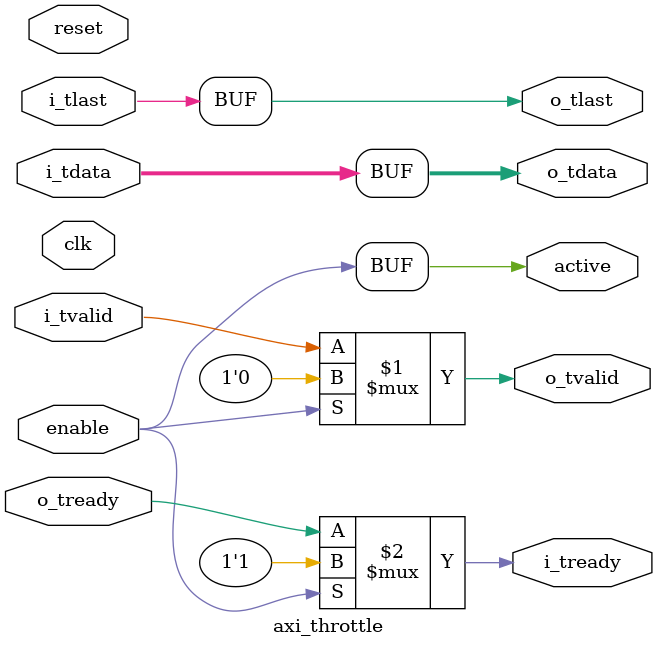
<source format=v>

module axi_throttle #(
  parameter INITIAL_STATE = 0,   // Throttle state after reset
  parameter WAIT_FOR_LAST = 0,   // 0: Throttle mid packet, 1: Wait for end of packet
  parameter WIDTH         = 64
)(
  input clk,
  input reset,
  input enable,
  output active,
  input [WIDTH-1:0] i_tdata,
  input i_tlast,
  input i_tvalid,
  output i_tready,
  output [WIDTH-1:0] o_tdata,
  output o_tlast,
  output o_tvalid,
  input o_tready
);

  reg throttle_reg = INITIAL_STATE[0];
  reg mid_pkt;

  assign active = WAIT_FOR_LAST ? throttle_reg : enable;

  assign o_tdata  = i_tdata;
  assign o_tlast  = i_tlast;
  assign o_tvalid = active ? 1'b0 : i_tvalid;
  assign i_tready = active ? 1'b1 : o_tready;

  always @(posedge clk) begin
    if (reset) begin
      mid_pkt      <= 1'b0;
      throttle_reg <= INITIAL_STATE[0];
    end else begin
      if (i_tvalid & i_tready) begin
        mid_pkt    <= ~i_tlast;
      end
      if (enable & ((i_tvalid & i_tready & i_tlast) | (~mid_pkt & (~i_tvalid | ~i_tready)))) begin
        throttle_reg <= 1'b1;
      end else if (~enable) begin
        throttle_reg <= 1'b0;
      end
    end
  end

endmodule
</source>
